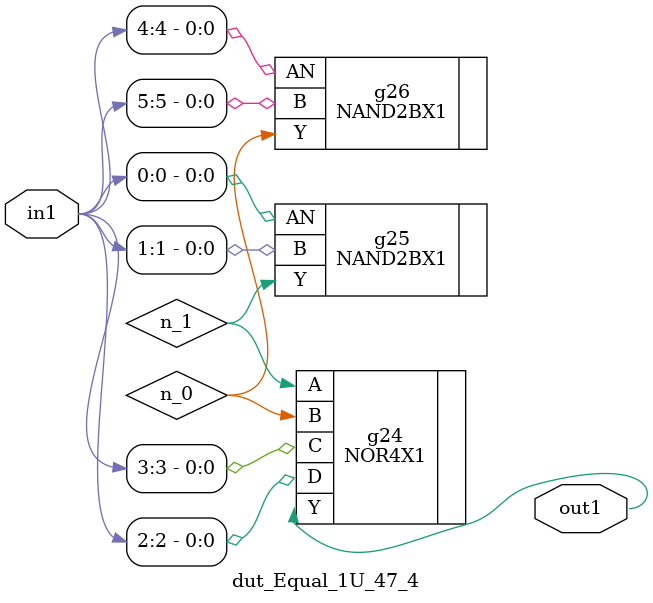
<source format=v>
`timescale 1ps / 1ps


module dut_Equal_1U_47_4(in1, out1);
  input [5:0] in1;
  output out1;
  wire [5:0] in1;
  wire out1;
  wire n_0, n_1;
  NOR4X1 g24(.A (n_1), .B (n_0), .C (in1[3]), .D (in1[2]), .Y (out1));
  NAND2BX1 g25(.AN (in1[0]), .B (in1[1]), .Y (n_1));
  NAND2BX1 g26(.AN (in1[4]), .B (in1[5]), .Y (n_0));
endmodule



</source>
